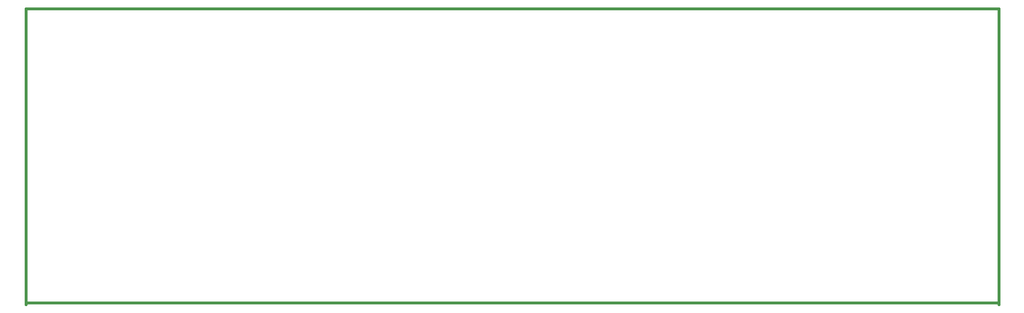
<source format=gbr>
G04 (created by PCBNEW-RS274X (2012-01-19 BZR 3256)-stable) date 10/27/2012 11:48:26 AM*
G01*
G70*
G90*
%MOIN*%
G04 Gerber Fmt 3.4, Leading zero omitted, Abs format*
%FSLAX34Y34*%
G04 APERTURE LIST*
%ADD10C,0.006000*%
%ADD11C,0.015000*%
G04 APERTURE END LIST*
G54D10*
G54D11*
X30600Y-47700D02*
X30600Y-30500D01*
X87100Y-47600D02*
X30600Y-47600D01*
X87100Y-30500D02*
X87100Y-47700D01*
X30700Y-30500D02*
X87100Y-30500D01*
M02*

</source>
